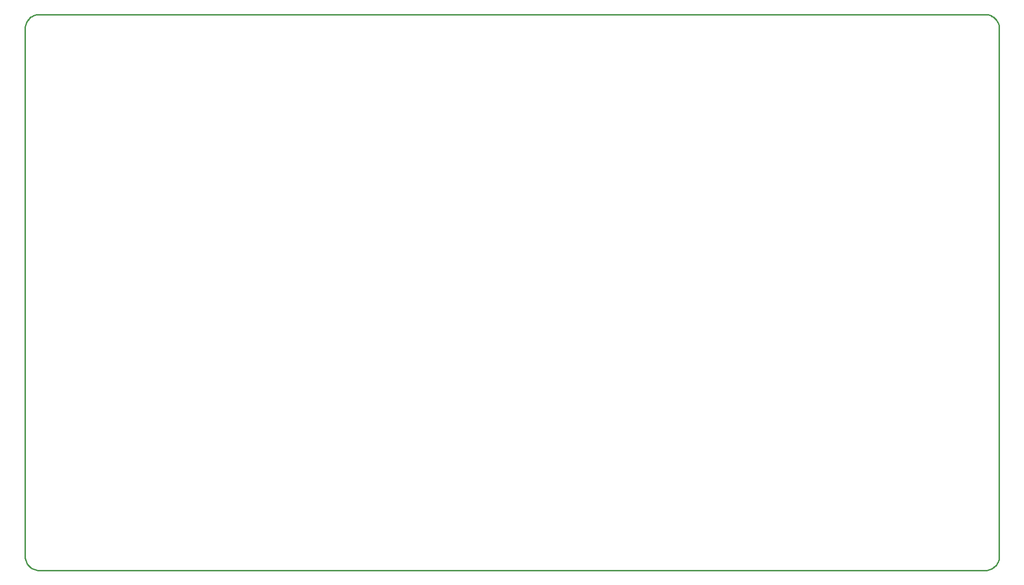
<source format=gm1>
G04*
G04 #@! TF.GenerationSoftware,Altium Limited,Altium Designer,24.10.1 (45)*
G04*
G04 Layer_Color=16711935*
%FSLAX25Y25*%
%MOIN*%
G70*
G04*
G04 #@! TF.SameCoordinates,9BC8A13C-1D6A-410A-9E68-788C98055640*
G04*
G04*
G04 #@! TF.FilePolarity,Positive*
G04*
G01*
G75*
%ADD16C,0.01000*%
D16*
X9843Y393701D02*
X8814Y393647D01*
X7796Y393486D01*
X6801Y393219D01*
X5839Y392850D01*
X4921Y392382D01*
X4057Y391821D01*
X3257Y391173D01*
X2528Y390444D01*
X1880Y389644D01*
X1319Y388779D01*
X851Y387862D01*
X482Y386900D01*
X215Y385905D01*
X54Y384887D01*
X0Y383858D01*
X688976D02*
X688923Y384887D01*
X688761Y385905D01*
X688495Y386900D01*
X688126Y387862D01*
X687658Y388779D01*
X687097Y389644D01*
X686448Y390444D01*
X685720Y391173D01*
X684919Y391821D01*
X684055Y392382D01*
X683137Y392850D01*
X682175Y393219D01*
X681180Y393486D01*
X680163Y393647D01*
X679134Y393701D01*
Y0D02*
X680163Y54D01*
X681180Y215D01*
X682175Y482D01*
X683137Y851D01*
X684055Y1319D01*
X684919Y1880D01*
X685720Y2528D01*
X686448Y3257D01*
X687097Y4057D01*
X687658Y4921D01*
X688126Y5839D01*
X688495Y6801D01*
X688761Y7796D01*
X688923Y8814D01*
X688976Y9843D01*
X0D02*
X54Y8814D01*
X215Y7796D01*
X482Y6801D01*
X851Y5839D01*
X1319Y4921D01*
X1880Y4057D01*
X2528Y3257D01*
X3257Y2528D01*
X4057Y1880D01*
X4921Y1319D01*
X5839Y851D01*
X6801Y482D01*
X7796Y215D01*
X8814Y54D01*
X9843Y0D01*
X0Y9843D02*
Y383858D01*
X9843Y393701D02*
X679134D01*
X688976Y9843D02*
Y383858D01*
X9843Y0D02*
X679134D01*
M02*

</source>
